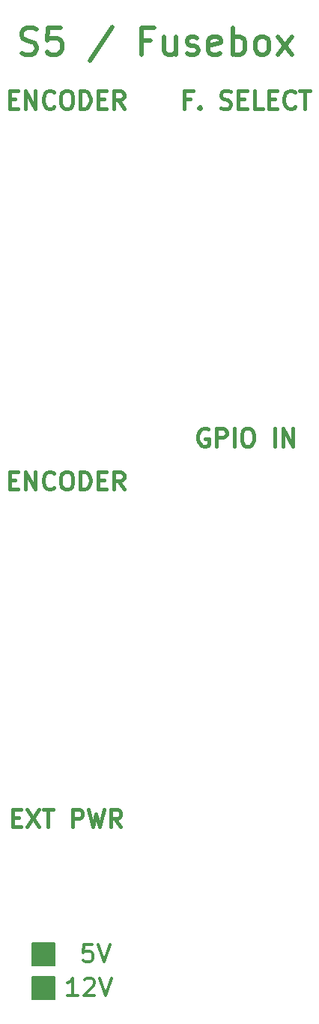
<source format=gto>
G04 #@! TF.GenerationSoftware,KiCad,Pcbnew,(6.0.9-0)*
G04 #@! TF.CreationDate,2023-02-07T08:36:10+01:00*
G04 #@! TF.ProjectId,fp_S5,66705f53-352e-46b6-9963-61645f706362,A*
G04 #@! TF.SameCoordinates,Original*
G04 #@! TF.FileFunction,Legend,Top*
G04 #@! TF.FilePolarity,Positive*
%FSLAX46Y46*%
G04 Gerber Fmt 4.6, Leading zero omitted, Abs format (unit mm)*
G04 Created by KiCad (PCBNEW (6.0.9-0)) date 2023-02-07 08:36:10*
%MOMM*%
%LPD*%
G01*
G04 APERTURE LIST*
%ADD10C,0.150000*%
%ADD11C,0.400000*%
%ADD12C,0.300000*%
%ADD13C,0.500000*%
%ADD14C,5.600000*%
%ADD15C,5.000000*%
G04 APERTURE END LIST*
D10*
X107950000Y-157280000D02*
X110490000Y-157280000D01*
X110490000Y-157280000D02*
X110490000Y-159820000D01*
X110490000Y-159820000D02*
X107950000Y-159820000D01*
X107950000Y-159820000D02*
X107950000Y-157280000D01*
G36*
X107950000Y-157280000D02*
G01*
X110490000Y-157280000D01*
X110490000Y-159820000D01*
X107950000Y-159820000D01*
X107950000Y-157280000D01*
G37*
X107950000Y-153470000D02*
X110490000Y-153470000D01*
X110490000Y-153470000D02*
X110490000Y-156010000D01*
X110490000Y-156010000D02*
X107950000Y-156010000D01*
X107950000Y-156010000D02*
X107950000Y-153470000D01*
G36*
X107950000Y-153470000D02*
G01*
X110490000Y-153470000D01*
X110490000Y-156010000D01*
X107950000Y-156010000D01*
X107950000Y-153470000D01*
G37*
D11*
X105331428Y-101257142D02*
X105998095Y-101257142D01*
X106283809Y-102304761D02*
X105331428Y-102304761D01*
X105331428Y-100304761D01*
X106283809Y-100304761D01*
X107140952Y-102304761D02*
X107140952Y-100304761D01*
X108283809Y-102304761D01*
X108283809Y-100304761D01*
X110379047Y-102114285D02*
X110283809Y-102209523D01*
X109998095Y-102304761D01*
X109807619Y-102304761D01*
X109521904Y-102209523D01*
X109331428Y-102019047D01*
X109236190Y-101828571D01*
X109140952Y-101447619D01*
X109140952Y-101161904D01*
X109236190Y-100780952D01*
X109331428Y-100590476D01*
X109521904Y-100400000D01*
X109807619Y-100304761D01*
X109998095Y-100304761D01*
X110283809Y-100400000D01*
X110379047Y-100495238D01*
X111617142Y-100304761D02*
X111998095Y-100304761D01*
X112188571Y-100400000D01*
X112379047Y-100590476D01*
X112474285Y-100971428D01*
X112474285Y-101638095D01*
X112379047Y-102019047D01*
X112188571Y-102209523D01*
X111998095Y-102304761D01*
X111617142Y-102304761D01*
X111426666Y-102209523D01*
X111236190Y-102019047D01*
X111140952Y-101638095D01*
X111140952Y-100971428D01*
X111236190Y-100590476D01*
X111426666Y-100400000D01*
X111617142Y-100304761D01*
X113331428Y-102304761D02*
X113331428Y-100304761D01*
X113807619Y-100304761D01*
X114093333Y-100400000D01*
X114283809Y-100590476D01*
X114379047Y-100780952D01*
X114474285Y-101161904D01*
X114474285Y-101447619D01*
X114379047Y-101828571D01*
X114283809Y-102019047D01*
X114093333Y-102209523D01*
X113807619Y-102304761D01*
X113331428Y-102304761D01*
X115331428Y-101257142D02*
X115998095Y-101257142D01*
X116283809Y-102304761D02*
X115331428Y-102304761D01*
X115331428Y-100304761D01*
X116283809Y-100304761D01*
X118283809Y-102304761D02*
X117617142Y-101352380D01*
X117140952Y-102304761D02*
X117140952Y-100304761D01*
X117902857Y-100304761D01*
X118093333Y-100400000D01*
X118188571Y-100495238D01*
X118283809Y-100685714D01*
X118283809Y-100971428D01*
X118188571Y-101161904D01*
X118093333Y-101257142D01*
X117902857Y-101352380D01*
X117140952Y-101352380D01*
X105331428Y-58277142D02*
X105998095Y-58277142D01*
X106283809Y-59324761D02*
X105331428Y-59324761D01*
X105331428Y-57324761D01*
X106283809Y-57324761D01*
X107140952Y-59324761D02*
X107140952Y-57324761D01*
X108283809Y-59324761D01*
X108283809Y-57324761D01*
X110379047Y-59134285D02*
X110283809Y-59229523D01*
X109998095Y-59324761D01*
X109807619Y-59324761D01*
X109521904Y-59229523D01*
X109331428Y-59039047D01*
X109236190Y-58848571D01*
X109140952Y-58467619D01*
X109140952Y-58181904D01*
X109236190Y-57800952D01*
X109331428Y-57610476D01*
X109521904Y-57420000D01*
X109807619Y-57324761D01*
X109998095Y-57324761D01*
X110283809Y-57420000D01*
X110379047Y-57515238D01*
X111617142Y-57324761D02*
X111998095Y-57324761D01*
X112188571Y-57420000D01*
X112379047Y-57610476D01*
X112474285Y-57991428D01*
X112474285Y-58658095D01*
X112379047Y-59039047D01*
X112188571Y-59229523D01*
X111998095Y-59324761D01*
X111617142Y-59324761D01*
X111426666Y-59229523D01*
X111236190Y-59039047D01*
X111140952Y-58658095D01*
X111140952Y-57991428D01*
X111236190Y-57610476D01*
X111426666Y-57420000D01*
X111617142Y-57324761D01*
X113331428Y-59324761D02*
X113331428Y-57324761D01*
X113807619Y-57324761D01*
X114093333Y-57420000D01*
X114283809Y-57610476D01*
X114379047Y-57800952D01*
X114474285Y-58181904D01*
X114474285Y-58467619D01*
X114379047Y-58848571D01*
X114283809Y-59039047D01*
X114093333Y-59229523D01*
X113807619Y-59324761D01*
X113331428Y-59324761D01*
X115331428Y-58277142D02*
X115998095Y-58277142D01*
X116283809Y-59324761D02*
X115331428Y-59324761D01*
X115331428Y-57324761D01*
X116283809Y-57324761D01*
X118283809Y-59324761D02*
X117617142Y-58372380D01*
X117140952Y-59324761D02*
X117140952Y-57324761D01*
X117902857Y-57324761D01*
X118093333Y-57420000D01*
X118188571Y-57515238D01*
X118283809Y-57705714D01*
X118283809Y-57991428D01*
X118188571Y-58181904D01*
X118093333Y-58277142D01*
X117902857Y-58372380D01*
X117140952Y-58372380D01*
D12*
X114680952Y-153644761D02*
X113728571Y-153644761D01*
X113633333Y-154597142D01*
X113728571Y-154501904D01*
X113919047Y-154406666D01*
X114395238Y-154406666D01*
X114585714Y-154501904D01*
X114680952Y-154597142D01*
X114776190Y-154787619D01*
X114776190Y-155263809D01*
X114680952Y-155454285D01*
X114585714Y-155549523D01*
X114395238Y-155644761D01*
X113919047Y-155644761D01*
X113728571Y-155549523D01*
X113633333Y-155454285D01*
X115347619Y-153644761D02*
X116014285Y-155644761D01*
X116680952Y-153644761D01*
D13*
X106705714Y-53084285D02*
X107134285Y-53227142D01*
X107848571Y-53227142D01*
X108134285Y-53084285D01*
X108277142Y-52941428D01*
X108420000Y-52655714D01*
X108420000Y-52370000D01*
X108277142Y-52084285D01*
X108134285Y-51941428D01*
X107848571Y-51798571D01*
X107277142Y-51655714D01*
X106991428Y-51512857D01*
X106848571Y-51370000D01*
X106705714Y-51084285D01*
X106705714Y-50798571D01*
X106848571Y-50512857D01*
X106991428Y-50370000D01*
X107277142Y-50227142D01*
X107991428Y-50227142D01*
X108420000Y-50370000D01*
X111134285Y-50227142D02*
X109705714Y-50227142D01*
X109562857Y-51655714D01*
X109705714Y-51512857D01*
X109991428Y-51370000D01*
X110705714Y-51370000D01*
X110991428Y-51512857D01*
X111134285Y-51655714D01*
X111277142Y-51941428D01*
X111277142Y-52655714D01*
X111134285Y-52941428D01*
X110991428Y-53084285D01*
X110705714Y-53227142D01*
X109991428Y-53227142D01*
X109705714Y-53084285D01*
X109562857Y-52941428D01*
X116991428Y-50084285D02*
X114420000Y-53941428D01*
X121277142Y-51655714D02*
X120277142Y-51655714D01*
X120277142Y-53227142D02*
X120277142Y-50227142D01*
X121705714Y-50227142D01*
X124134285Y-51227142D02*
X124134285Y-53227142D01*
X122848571Y-51227142D02*
X122848571Y-52798571D01*
X122991428Y-53084285D01*
X123277142Y-53227142D01*
X123705714Y-53227142D01*
X123991428Y-53084285D01*
X124134285Y-52941428D01*
X125420000Y-53084285D02*
X125705714Y-53227142D01*
X126277142Y-53227142D01*
X126562857Y-53084285D01*
X126705714Y-52798571D01*
X126705714Y-52655714D01*
X126562857Y-52370000D01*
X126277142Y-52227142D01*
X125848571Y-52227142D01*
X125562857Y-52084285D01*
X125420000Y-51798571D01*
X125420000Y-51655714D01*
X125562857Y-51370000D01*
X125848571Y-51227142D01*
X126277142Y-51227142D01*
X126562857Y-51370000D01*
X129134285Y-53084285D02*
X128848571Y-53227142D01*
X128277142Y-53227142D01*
X127991428Y-53084285D01*
X127848571Y-52798571D01*
X127848571Y-51655714D01*
X127991428Y-51370000D01*
X128277142Y-51227142D01*
X128848571Y-51227142D01*
X129134285Y-51370000D01*
X129277142Y-51655714D01*
X129277142Y-51941428D01*
X127848571Y-52227142D01*
X130562857Y-53227142D02*
X130562857Y-50227142D01*
X130562857Y-51370000D02*
X130848571Y-51227142D01*
X131420000Y-51227142D01*
X131705714Y-51370000D01*
X131848571Y-51512857D01*
X131991428Y-51798571D01*
X131991428Y-52655714D01*
X131848571Y-52941428D01*
X131705714Y-53084285D01*
X131420000Y-53227142D01*
X130848571Y-53227142D01*
X130562857Y-53084285D01*
X133705714Y-53227142D02*
X133420000Y-53084285D01*
X133277142Y-52941428D01*
X133134285Y-52655714D01*
X133134285Y-51798571D01*
X133277142Y-51512857D01*
X133420000Y-51370000D01*
X133705714Y-51227142D01*
X134134285Y-51227142D01*
X134420000Y-51370000D01*
X134562857Y-51512857D01*
X134705714Y-51798571D01*
X134705714Y-52655714D01*
X134562857Y-52941428D01*
X134420000Y-53084285D01*
X134134285Y-53227142D01*
X133705714Y-53227142D01*
X135705714Y-53227142D02*
X137277142Y-51227142D01*
X135705714Y-51227142D02*
X137277142Y-53227142D01*
D11*
X127794285Y-95520000D02*
X127603809Y-95424761D01*
X127318095Y-95424761D01*
X127032380Y-95520000D01*
X126841904Y-95710476D01*
X126746666Y-95900952D01*
X126651428Y-96281904D01*
X126651428Y-96567619D01*
X126746666Y-96948571D01*
X126841904Y-97139047D01*
X127032380Y-97329523D01*
X127318095Y-97424761D01*
X127508571Y-97424761D01*
X127794285Y-97329523D01*
X127889523Y-97234285D01*
X127889523Y-96567619D01*
X127508571Y-96567619D01*
X128746666Y-97424761D02*
X128746666Y-95424761D01*
X129508571Y-95424761D01*
X129699047Y-95520000D01*
X129794285Y-95615238D01*
X129889523Y-95805714D01*
X129889523Y-96091428D01*
X129794285Y-96281904D01*
X129699047Y-96377142D01*
X129508571Y-96472380D01*
X128746666Y-96472380D01*
X130746666Y-97424761D02*
X130746666Y-95424761D01*
X132080000Y-95424761D02*
X132460952Y-95424761D01*
X132651428Y-95520000D01*
X132841904Y-95710476D01*
X132937142Y-96091428D01*
X132937142Y-96758095D01*
X132841904Y-97139047D01*
X132651428Y-97329523D01*
X132460952Y-97424761D01*
X132080000Y-97424761D01*
X131889523Y-97329523D01*
X131699047Y-97139047D01*
X131603809Y-96758095D01*
X131603809Y-96091428D01*
X131699047Y-95710476D01*
X131889523Y-95520000D01*
X132080000Y-95424761D01*
X135318095Y-97424761D02*
X135318095Y-95424761D01*
X136270476Y-97424761D02*
X136270476Y-95424761D01*
X137413333Y-97424761D01*
X137413333Y-95424761D01*
X125794285Y-58277142D02*
X125127619Y-58277142D01*
X125127619Y-59324761D02*
X125127619Y-57324761D01*
X126080000Y-57324761D01*
X126841904Y-59134285D02*
X126937142Y-59229523D01*
X126841904Y-59324761D01*
X126746666Y-59229523D01*
X126841904Y-59134285D01*
X126841904Y-59324761D01*
X129222857Y-59229523D02*
X129508571Y-59324761D01*
X129984761Y-59324761D01*
X130175238Y-59229523D01*
X130270476Y-59134285D01*
X130365714Y-58943809D01*
X130365714Y-58753333D01*
X130270476Y-58562857D01*
X130175238Y-58467619D01*
X129984761Y-58372380D01*
X129603809Y-58277142D01*
X129413333Y-58181904D01*
X129318095Y-58086666D01*
X129222857Y-57896190D01*
X129222857Y-57705714D01*
X129318095Y-57515238D01*
X129413333Y-57420000D01*
X129603809Y-57324761D01*
X130080000Y-57324761D01*
X130365714Y-57420000D01*
X131222857Y-58277142D02*
X131889523Y-58277142D01*
X132175238Y-59324761D02*
X131222857Y-59324761D01*
X131222857Y-57324761D01*
X132175238Y-57324761D01*
X133984761Y-59324761D02*
X133032380Y-59324761D01*
X133032380Y-57324761D01*
X134651428Y-58277142D02*
X135318095Y-58277142D01*
X135603809Y-59324761D02*
X134651428Y-59324761D01*
X134651428Y-57324761D01*
X135603809Y-57324761D01*
X137603809Y-59134285D02*
X137508571Y-59229523D01*
X137222857Y-59324761D01*
X137032380Y-59324761D01*
X136746666Y-59229523D01*
X136556190Y-59039047D01*
X136460952Y-58848571D01*
X136365714Y-58467619D01*
X136365714Y-58181904D01*
X136460952Y-57800952D01*
X136556190Y-57610476D01*
X136746666Y-57420000D01*
X137032380Y-57324761D01*
X137222857Y-57324761D01*
X137508571Y-57420000D01*
X137603809Y-57515238D01*
X138175238Y-57324761D02*
X139318095Y-57324761D01*
X138746666Y-59324761D02*
X138746666Y-57324761D01*
X105712380Y-139357142D02*
X106379047Y-139357142D01*
X106664761Y-140404761D02*
X105712380Y-140404761D01*
X105712380Y-138404761D01*
X106664761Y-138404761D01*
X107331428Y-138404761D02*
X108664761Y-140404761D01*
X108664761Y-138404761D02*
X107331428Y-140404761D01*
X109140952Y-138404761D02*
X110283809Y-138404761D01*
X109712380Y-140404761D02*
X109712380Y-138404761D01*
X112474285Y-140404761D02*
X112474285Y-138404761D01*
X113236190Y-138404761D01*
X113426666Y-138500000D01*
X113521904Y-138595238D01*
X113617142Y-138785714D01*
X113617142Y-139071428D01*
X113521904Y-139261904D01*
X113426666Y-139357142D01*
X113236190Y-139452380D01*
X112474285Y-139452380D01*
X114283809Y-138404761D02*
X114760000Y-140404761D01*
X115140952Y-138976190D01*
X115521904Y-140404761D01*
X115998095Y-138404761D01*
X117902857Y-140404761D02*
X117236190Y-139452380D01*
X116760000Y-140404761D02*
X116760000Y-138404761D01*
X117521904Y-138404761D01*
X117712380Y-138500000D01*
X117807619Y-138595238D01*
X117902857Y-138785714D01*
X117902857Y-139071428D01*
X117807619Y-139261904D01*
X117712380Y-139357142D01*
X117521904Y-139452380D01*
X116760000Y-139452380D01*
D12*
X113061904Y-159454761D02*
X111919047Y-159454761D01*
X112490476Y-159454761D02*
X112490476Y-157454761D01*
X112300000Y-157740476D01*
X112109523Y-157930952D01*
X111919047Y-158026190D01*
X113823809Y-157645238D02*
X113919047Y-157550000D01*
X114109523Y-157454761D01*
X114585714Y-157454761D01*
X114776190Y-157550000D01*
X114871428Y-157645238D01*
X114966666Y-157835714D01*
X114966666Y-158026190D01*
X114871428Y-158311904D01*
X113728571Y-159454761D01*
X114966666Y-159454761D01*
X115538095Y-157454761D02*
X116204761Y-159454761D01*
X116871428Y-157454761D01*
%LPC*%
D14*
X109220000Y-167730000D03*
X134620000Y-167730000D03*
D15*
X132080000Y-150300000D03*
X132080000Y-103300000D03*
X111760000Y-63500000D03*
X111760000Y-88500000D03*
X132080000Y-63500000D03*
X132080000Y-88500000D03*
D14*
X134620000Y-45230000D03*
D15*
X111760000Y-131680000D03*
X111760000Y-106680000D03*
D14*
X109220000Y-45230000D03*
M02*

</source>
